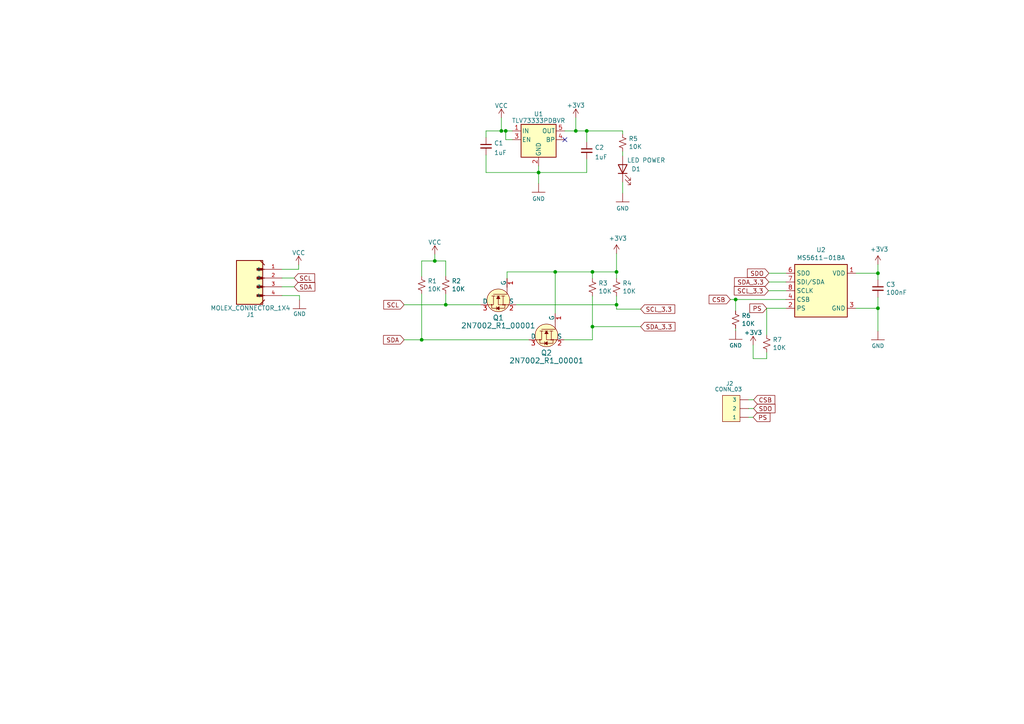
<source format=kicad_sch>
(kicad_sch (version 20230121) (generator eeschema)
  (paper "A4")
  (lib_symbols
    (symbol "Device:C_Small" (pin_numbers hide) (pin_names (offset 0.254) hide)
      (property "Reference" "C" (at 0.254 1.778 0))
      (property "Value" "C_Small" (at 0.254 -2.032 0))
      (symbol "C_Small_0_1"
        (polyline (pts (xy -1.524 -0.508) (xy 1.524 -0.508)) (stroke (width 0.3302)))
        (polyline (pts (xy -1.524 0.508) (xy 1.524 0.508)) (stroke (width 0.3048)))
      )
      (symbol "C_Small_1_1"
        (pin passive line (at 0 2.54 270) (length 2.032) (name "~") (number "1"))
        (pin passive line (at 0 -2.54 90) (length 2.032) (name "~") (number "2"))
      )
    )
    (symbol "Device:LED" (pin_numbers hide) (pin_names (offset 1.016) hide)
      (property "Reference" "D" (at 0 2.54 0))
      (property "Value" "LED" (at 0 -2.54 0))
      (symbol "LED_0_1"
        (polyline (pts (xy -1.27 -1.27) (xy -1.27 1.27)) (stroke (width 0.254)))
        (polyline (pts (xy -1.27 0) (xy 1.27 0)))
        (polyline (pts (xy 1.27 -1.27) (xy 1.27 1.27) (xy -1.27 0) (xy 1.27 -1.27)) (stroke (width 0.254)))
        (polyline (pts (xy -3.048 -0.762) (xy -4.572 -2.286) (xy -3.81 -2.286) (xy -4.572 -2.286) (xy -4.572 -1.524)))
        (polyline (pts (xy -1.778 -0.762) (xy -3.302 -2.286) (xy -2.54 -2.286) (xy -3.302 -2.286) (xy -3.302 -1.524)))
      )
      (symbol "LED_1_1"
        (pin passive line (at -3.81 0 0) (length 2.54) (name "K") (number "1"))
        (pin passive line (at 3.81 0 180) (length 2.54) (name "A") (number "2"))
      )
    )
    (symbol "Device:R_Small_US" (pin_numbers hide) (pin_names (offset 0.254) hide)
      (property "Reference" "R" (at 0.762 0.508 0))
      (property "Value" "R_Small_US" (at 0.762 -1.016 0))
      (symbol "R_Small_US_1_1"
        (polyline (pts (xy 0 0) (xy 1.016 -0.381) (xy 0 -0.762) (xy -1.016 -1.143) (xy 0 -1.524)))
        (polyline (pts (xy 0 1.524) (xy 1.016 1.143) (xy 0 0.762) (xy -1.016 0.381) (xy 0 0)))
        (pin passive line (at 0 2.54 270) (length 1.016) (name "~") (number "1"))
        (pin passive line (at 0 -2.54 90) (length 1.016) (name "~") (number "2"))
      )
    )
    (symbol "MOLEX_22035045:22035045" (pin_names (offset 1.016))
      (property "Reference" "J" (at 0 6.35 0))
      (property "Value" "22035045" (at 0 -10.16 0))
      (symbol "22035045_0_0"
        (polyline (pts (xy 0 -6.35) (xy 1.27 -7.62)) (stroke (width 0.254)))
        (polyline (pts (xy 0 -5.08) (xy 1.905 -5.08)) (stroke (width 0.254)))
        (polyline (pts (xy 0 -2.54) (xy 1.905 -2.54)) (stroke (width 0.254)))
        (polyline (pts (xy 0 0) (xy 1.905 0)) (stroke (width 0.254)))
        (polyline (pts (xy 0 2.54) (xy 1.905 2.54)) (stroke (width 0.254)))
        (polyline (pts (xy 1.27 5.08) (xy 0 3.81)) (stroke (width 0.254)))
        (rectangle (start 0.4989 -7.62) (end 8.1189 5.08) (stroke (width 0.254)) (fill (type background)))
        (rectangle (start 0.635 -5.3975) (end 2.2225 -4.7625) (stroke (width 0.1)) (fill (type outline)))
        (rectangle (start 0.635 -2.8575) (end 2.2225 -2.2225) (stroke (width 0.1)) (fill (type outline)))
        (rectangle (start 0.635 -0.3175) (end 2.2225 0.3175) (stroke (width 0.1)) (fill (type outline)))
        (rectangle (start 0.635 2.2225) (end 2.2225 2.8575) (stroke (width 0.1)) (fill (type outline)))
        (pin passive line (at -5.08 2.54 0) (length 5.08) (name "1") (number "1"))
        (pin passive line (at -5.08 0 0) (length 5.08) (name "2") (number "2"))
        (pin passive line (at -5.08 -2.54 0) (length 5.08) (name "3") (number "3"))
        (pin passive line (at -5.08 -5.08 0) (length 5.08) (name "4") (number "4"))
      )
    )
    (symbol "MS5611-cache:MS5611-01BA"
      (property "Reference" "U" (at -6.35 8.89 0))
      (property "Value" "MS5611-01BA" (at 7.62 8.89 0))
      (symbol "MS5611-01BA_0_1"
        (rectangle (start -7.62 7.62) (end 7.62 -7.62) (stroke (width 0.254)) (fill (type background)))
      )
      (symbol "MS5611-01BA_1_1"
        (pin power_in line (at 10.16 5.08 180) (length 2.54) (name "VDD") (number "1"))
        (pin input line (at -10.16 -5.08 0) (length 2.54) (name "PS") (number "2"))
        (pin power_in line (at 10.16 -5.08 180) (length 2.54) (name "GND") (number "3"))
        (pin input line (at -10.16 -2.54 0) (length 2.54) (name "CSB") (number "4"))
        (pin input line (at -10.16 -2.54 0) (length 2.54) hide (name "CSB") (number "5"))
        (pin output line (at -10.16 5.08 0) (length 2.54) (name "SDO") (number "6"))
        (pin bidirectional line (at -10.16 2.54 0) (length 2.54) (name "SDI/SDA") (number "7"))
        (pin input line (at -10.16 0 0) (length 2.54) (name "SCLK") (number "8"))
      )
    )
    (symbol "Regulator_Linear:AP131-33" (pin_names (offset 0.254))
      (property "Reference" "U" (at -3.81 5.715 0))
      (property "Value" "AP131-33" (at 0 5.715 0))
      (symbol "AP131-33_0_1"
        (rectangle (start -5.08 4.445) (end 5.08 -5.08) (stroke (width 0.254)) (fill (type background)))
      )
      (symbol "AP131-33_1_1"
        (pin power_in line (at -7.62 2.54 0) (length 2.54) (name "IN") (number "1"))
        (pin power_in line (at 0 -7.62 90) (length 2.54) (name "GND") (number "2"))
        (pin input line (at -7.62 0 0) (length 2.54) (name "EN") (number "3"))
        (pin input line (at 7.62 0 180) (length 2.54) (name "BP") (number "4"))
        (pin power_out line (at 7.62 2.54 180) (length 2.54) (name "OUT") (number "5"))
      )
    )
    (symbol "SparkFun-Connectors:CONN_03" (pin_numbers hide) (pin_names (offset 1.016))
      (property "Reference" "J" (at -5.08 7.62 0))
      (property "Value" "CONN_03" (at -5.08 -3.81 0))
      (property "Field4" "XXX-00000" (at 0 11.43 0))
      (symbol "CONN_03_0_1"
        (rectangle (start 0 -1.27) (end -5.08 6.35) (fill (type background)))
      )
      (symbol "CONN_03_1_1"
        (pin passive line (at 2.54 0 180) (length 2.54) (name "1") (number "1"))
        (pin passive line (at 2.54 2.54 180) (length 2.54) (name "2") (number "2"))
        (pin passive line (at 2.54 5.08 180) (length 2.54) (name "3") (number "3"))
      )
    )
    (symbol "SparkFun-PowerSymbols:GND" (power) (pin_numbers hide) (pin_names (offset 1.016) hide)
      (property "Value" "GND" (at -1.778 -5.08 0))
      (symbol "GND_1_0"
        (polyline (pts (xy -1.905 -2.54) (xy 1.905 -2.54)))
        (polyline (pts (xy 0 0) (xy 0 -2.54)))
      )
      (symbol "GND_1_1"
        (pin power_in line (at 0 0 270) (length 0) hide (name "GND") (number "~"))
      )
    )
    (symbol "dk_Transistors-FETs-MOSFETs-Single:2N7002-7-F" (pin_names (offset 0))
      (property "Reference" "Q" (at -2.6924 3.6322 0))
      (property "Value" "2N7002-7-F" (at 3.4544 0 90))
      (symbol "2N7002-7-F_0_1"
        (circle (center -1.27 0) (radius 3.302) (fill (type background)))
        (circle (center 0 -1.905) (radius 0.127))
        (circle (center 0 -1.397) (radius 0.127))
        (polyline (pts (xy 0 -1.397) (xy -2.54 -1.397)))
        (polyline (pts (xy -5.08 -2.54) (xy -3.048 -2.54) (xy -3.048 1.397)))
        (polyline (pts (xy 0 -2.54) (xy 0 0) (xy -2.54 0)))
        (polyline (pts (xy 0 2.54) (xy 0 1.397) (xy -2.54 1.397)))
        (polyline (pts (xy -0.127 -1.905) (xy 1.016 -1.905) (xy 1.016 1.397) (xy 1.016 1.905) (xy -0.127 1.905)))
        (circle (center 0 1.905) (radius 0.127))
      )
      (symbol "2N7002-7-F_1_1"
        (polyline (pts (xy -2.54 -1.397) (xy -2.54 -1.905)))
        (polyline (pts (xy -2.54 -1.397) (xy -2.54 -0.889)))
        (polyline (pts (xy -2.54 0) (xy -2.54 -0.508)))
        (polyline (pts (xy -2.54 0) (xy -2.54 0.508)))
        (polyline (pts (xy -2.54 1.905) (xy -2.54 0.889)))
        (polyline (pts (xy 1.524 0.508) (xy 0.508 0.508)))
        (polyline (pts (xy -2.54 0) (xy -1.778 0.508) (xy -1.778 -0.508) (xy -2.54 0)) (fill (type outline)))
        (polyline (pts (xy 1.016 0.508) (xy 0.508 -0.254) (xy 1.524 -0.254) (xy 1.016 0.508)) (fill (type outline)))
        (pin bidirectional line (at -7.62 -2.54 0) (length 2.54) (name "G") (number "1"))
        (pin bidirectional line (at 0 -5.08 90) (length 2.54) (name "S") (number "2"))
        (pin bidirectional line (at 0 5.08 270) (length 2.54) (name "D") (number "3"))
      )
    )
    (symbol "power:+3V3" (power) (pin_names (offset 0))
      (property "Value" "+3V3" (at 0 3.556 0))
      (symbol "+3V3_0_1"
        (polyline (pts (xy -0.762 1.27) (xy 0 2.54)))
        (polyline (pts (xy 0 0) (xy 0 2.54)))
        (polyline (pts (xy 0 2.54) (xy 0.762 1.27)))
      )
      (symbol "+3V3_1_1"
        (pin power_in line (at 0 0 90) (length 0) hide (name "+3V3") (number "1"))
      )
    )
    (symbol "power:VCC" (power) (pin_names (offset 0))
      (property "Value" "VCC" (at 0 3.81 0))
      (symbol "VCC_0_1"
        (polyline (pts (xy -0.762 1.27) (xy 0 2.54)))
        (polyline (pts (xy 0 0) (xy 0 2.54)))
        (polyline (pts (xy 0 2.54) (xy 0.762 1.27)))
      )
      (symbol "VCC_1_1"
        (pin power_in line (at 0 0 90) (length 0) hide (name "VCC") (number "1"))
      )
    )
  )
  (junction (at 254.635 79.248))
  (junction (at 213.36 86.868))
  (junction (at 170.18 37.973))
  (junction (at 167.005 37.973))
  (junction (at 161.036 78.867))
  (junction (at 254.635 89.408))
  (junction (at 156.21 50.038))
  (junction (at 126.111 75.692))
  (junction (at 129.286 88.392))
  (junction (at 171.831 78.867))
  (junction (at 171.831 94.742))
  (junction (at 145.415 37.973))
  (junction (at 146.685 37.973))
  (junction (at 178.816 88.392))
  (junction (at 122.301 98.552))
  (junction (at 178.816 78.867))
  (no_connect (at 163.83 40.513))
  (wire (pts (xy 170.18 46.228) (xy 170.18 50.038)))
  (wire (pts (xy 122.301 80.137) (xy 122.301 75.692)))
  (wire (pts (xy 178.816 73.533) (xy 178.816 78.867)))
  (wire (pts (xy 171.831 98.552) (xy 171.831 94.742)))
  (wire (pts (xy 227.965 89.408) (xy 222.377 89.408)))
  (wire (pts (xy 140.97 37.973) (xy 145.415 37.973)))
  (wire (pts (xy 218.44 100.076) (xy 218.44 104.013)))
  (wire (pts (xy 81.788 85.725) (xy 86.868 85.725)))
  (wire (pts (xy 146.685 37.973) (xy 148.59 37.973)))
  (wire (pts (xy 254.635 81.153) (xy 254.635 79.248)))
  (wire (pts (xy 156.21 53.213) (xy 156.21 50.038)))
  (wire (pts (xy 178.816 88.392) (xy 178.816 89.662)))
  (wire (pts (xy 129.286 88.392) (xy 117.221 88.392)))
  (wire (pts (xy 254.635 79.248) (xy 254.635 76.708)))
  (wire (pts (xy 147.066 78.867) (xy 161.036 78.867)))
  (wire (pts (xy 81.788 83.185) (xy 85.344 83.185)))
  (wire (pts (xy 254.635 89.408) (xy 254.635 96.012)))
  (wire (pts (xy 163.576 98.552) (xy 171.831 98.552)))
  (wire (pts (xy 140.97 39.878) (xy 140.97 37.973)))
  (wire (pts (xy 218.44 121.031) (xy 217.17 121.031)))
  (wire (pts (xy 185.801 89.662) (xy 178.816 89.662)))
  (wire (pts (xy 218.567 115.951) (xy 217.17 115.951)))
  (wire (pts (xy 81.788 78.105) (xy 86.614 78.105)))
  (wire (pts (xy 171.831 94.742) (xy 185.801 94.742)))
  (wire (pts (xy 86.868 86.995) (xy 86.868 85.725)))
  (wire (pts (xy 211.836 86.868) (xy 213.36 86.868)))
  (wire (pts (xy 180.594 43.942) (xy 180.594 45.212)))
  (wire (pts (xy 248.285 79.248) (xy 254.635 79.248)))
  (wire (pts (xy 129.286 75.692) (xy 126.111 75.692)))
  (wire (pts (xy 156.21 50.038) (xy 170.18 50.038)))
  (wire (pts (xy 148.59 40.513) (xy 146.685 40.513)))
  (wire (pts (xy 218.567 118.491) (xy 217.17 118.491)))
  (wire (pts (xy 122.301 98.552) (xy 153.416 98.552)))
  (wire (pts (xy 145.415 37.973) (xy 146.685 37.973)))
  (wire (pts (xy 81.788 80.645) (xy 85.344 80.645)))
  (wire (pts (xy 117.221 98.552) (xy 122.301 98.552)))
  (wire (pts (xy 218.44 104.013) (xy 222.377 104.013)))
  (wire (pts (xy 170.18 41.148) (xy 170.18 37.973)))
  (wire (pts (xy 140.97 50.038) (xy 140.97 44.958)))
  (wire (pts (xy 178.816 78.867) (xy 178.816 80.772)))
  (wire (pts (xy 167.005 34.163) (xy 167.005 37.973)))
  (wire (pts (xy 213.36 95.885) (xy 213.36 95.25)))
  (wire (pts (xy 178.816 88.392) (xy 178.816 85.852)))
  (wire (pts (xy 140.97 50.038) (xy 156.21 50.038)))
  (wire (pts (xy 147.066 78.867) (xy 147.066 80.772)))
  (wire (pts (xy 156.21 48.133) (xy 156.21 50.038)))
  (wire (pts (xy 122.301 75.692) (xy 126.111 75.692)))
  (wire (pts (xy 254.635 86.233) (xy 254.635 89.408)))
  (wire (pts (xy 170.18 37.973) (xy 180.594 37.973)))
  (wire (pts (xy 86.614 78.105) (xy 86.614 76.835)))
  (wire (pts (xy 223.012 79.248) (xy 227.965 79.248)))
  (wire (pts (xy 170.18 37.973) (xy 167.005 37.973)))
  (wire (pts (xy 171.831 78.867) (xy 171.831 80.772)))
  (wire (pts (xy 167.005 37.973) (xy 163.83 37.973)))
  (wire (pts (xy 180.594 37.973) (xy 180.594 38.862)))
  (wire (pts (xy 227.965 84.328) (xy 222.885 84.328)))
  (wire (pts (xy 227.965 81.788) (xy 223.012 81.788)))
  (wire (pts (xy 213.36 86.868) (xy 227.965 86.868)))
  (wire (pts (xy 248.285 89.408) (xy 254.635 89.408)))
  (wire (pts (xy 222.377 89.408) (xy 222.377 97.155)))
  (wire (pts (xy 129.286 80.137) (xy 129.286 75.692)))
  (wire (pts (xy 129.286 85.217) (xy 129.286 88.392)))
  (wire (pts (xy 171.831 85.852) (xy 171.831 94.742)))
  (wire (pts (xy 122.301 85.217) (xy 122.301 98.552)))
  (wire (pts (xy 161.036 78.867) (xy 171.831 78.867)))
  (wire (pts (xy 161.036 78.867) (xy 161.036 90.932)))
  (wire (pts (xy 145.415 34.163) (xy 145.415 37.973)))
  (wire (pts (xy 180.594 52.832) (xy 180.594 56.007)))
  (wire (pts (xy 139.446 88.392) (xy 129.286 88.392)))
  (wire (pts (xy 213.36 90.17) (xy 213.36 86.868)))
  (wire (pts (xy 149.606 88.392) (xy 178.816 88.392)))
  (wire (pts (xy 146.685 40.513) (xy 146.685 37.973)))
  (wire (pts (xy 126.111 73.787) (xy 126.111 75.692)))
  (wire (pts (xy 222.377 102.235) (xy 222.377 104.013)))
  (wire (pts (xy 171.831 78.867) (xy 178.816 78.867)))
  (global_label "CSB" (shape input) (at 218.567 115.951 0) (property "Intersheetrefs" "${INTERSHEET_REFS}" (effects hide)))
  (global_label "SCL_3.3" (shape input) (at 185.801 89.662 0) (property "Intersheetrefs" "${INTERSHEET_REFS}" (effects hide)))
  (global_label "SDA" (shape input) (at 117.221 98.552 180) (property "Intersheetrefs" "${INTERSHEET_REFS}" (effects hide)))
  (global_label "SCL_3.3" (shape input) (at 222.885 84.328 180) (property "Intersheetrefs" "${INTERSHEET_REFS}" (effects hide)))
  (global_label "PS" (shape input) (at 222.377 89.408 180) (property "Intersheetrefs" "${INTERSHEET_REFS}" (effects hide)))
  (global_label "SCL" (shape input) (at 117.221 88.392 180) (property "Intersheetrefs" "${INTERSHEET_REFS}" (effects hide)))
  (global_label "PS" (shape input) (at 218.44 121.031 0) (property "Intersheetrefs" "${INTERSHEET_REFS}" (effects hide)))
  (global_label "SCL" (shape input) (at 85.344 80.645 0) (property "Intersheetrefs" "${INTERSHEET_REFS}" (effects hide)))
  (global_label "SDA_3.3" (shape input) (at 185.801 94.742 0) (property "Intersheetrefs" "${INTERSHEET_REFS}" (effects hide)))
  (global_label "SDA" (shape input) (at 85.344 83.185 0) (property "Intersheetrefs" "${INTERSHEET_REFS}" (effects hide)))
  (global_label "CSB" (shape input) (at 211.836 86.868 180) (property "Intersheetrefs" "${INTERSHEET_REFS}" (effects hide)))
  (global_label "SDA_3.3" (shape input) (at 223.012 81.788 180) (property "Intersheetrefs" "${INTERSHEET_REFS}" (effects hide)))
  (global_label "SDO" (shape input) (at 218.567 118.491 0) (property "Intersheetrefs" "${INTERSHEET_REFS}" (effects hide)))
  (global_label "SDO" (shape input) (at 223.012 79.248 180) (property "Intersheetrefs" "${INTERSHEET_REFS}" (effects hide)))
  (symbol (lib_id "Device:C_Small") (at 254.635 83.693 0) (unit 1)
    (property "Reference" "C3" (at 256.9718 82.5246 0) (effects (justify left)))
    (property "Value" "100nF" (at 256.9718 84.836 0) (effects (justify left)))
    (property "Footprint" "Capacitor_SMD:C_0603_1608Metric" (effects hide))
  )
  (symbol (lib_id "SparkFun-PowerSymbols:GND") (at 213.36 95.885 0) (unit 1)
    (property "Reference" "#GND04" (effects hide))
    (property "Value" "GND" (at 213.36 100.203 0) (effects (font (size 1.143 1.143))))
  )
  (symbol (lib_id "Device:R_Small_US") (at 129.286 82.677 0) (unit 1)
    (property "Reference" "R2" (at 131.0132 81.5086 0) (effects (justify left)))
    (property "Value" "10K" (at 131.0132 83.82 0) (effects (justify left)))
    (property "Footprint" "Resistor_SMD:R_0603_1608Metric" (effects hide))
  )
  (symbol (lib_id "power:+3V3") (at 254.635 76.708 0) (unit 1)
    (property "Reference" "#PWR07" (effects hide))
    (property "Value" "+3V3" (at 255.016 72.3138 0))
  )
  (symbol (lib_id "Regulator_Linear:AP131-33") (at 156.21 40.513 0) (unit 1)
    (property "Reference" "U1" (at 156.21 33.0581 0))
    (property "Value" "TLV73333PDBVR" (at 156.21 34.9791 0))
    (property "Footprint" "Package_TO_SOT_SMD:SOT-23-5" (effects hide))
    (property "Datasheet" "chrome-extension://efaidnbmnnnibpcajpcglclefindmkaj/https://cdn.ozdisan.com/ETicaret_Dosya/532538_6351362.pdf" (effects hide))
  )
  (symbol (lib_id "power:VCC") (at 126.111 73.787 0) (unit 1)
    (property "Reference" "#PWR02" (effects hide))
    (property "Value" "VCC" (at 126.111 70.2851 0))
  )
  (symbol (lib_id "dk_Transistors-FETs-MOSFETs-Single:2N7002-7-F") (at 158.496 98.552 90) (mirror x) (unit 1)
    (property "Reference" "Q2" (at 158.496 102.3461 90) (effects (font (size 1.524 1.524))))
    (property "Value" "2N7002_R1_00001" (at 158.496 104.6003 90) (effects (font (size 1.524 1.524))))
    (property "Footprint" "digikey-footprints:SOT-23-3" (effects hide))
    (property "Datasheet" "https://www.diodes.com/assets/Datasheets/ds11303.pdf" (effects hide))
    (property "Digi-Key_PN" "2N7002-FDICT-ND" (effects hide))
    (property "MPN" "2N7002-7-F" (effects hide))
    (property "Category" "Discrete Semiconductor Products" (effects hide))
    (property "Family" "Transistors - FETs, MOSFETs - Single" (effects hide))
    (property "DK_Datasheet_Link" "https://www.diodes.com/assets/Datasheets/ds11303.pdf" (effects hide))
    (property "DK_Detail_Page" "/product-detail/en/diodes-incorporated/2N7002-7-F/2N7002-FDICT-ND/717800" (effects hide))
    (property "Description" "MOSFET N-CH 60V 115MA SOT23-3" (effects hide))
    (property "Manufacturer" "Diodes Incorporated" (effects hide))
    (property "Status" "Active" (effects hide))
  )
  (symbol (lib_id "Device:LED") (at 180.594 49.022 90) (unit 1)
    (property "Reference" "D1" (at 183.134 49.022 90) (effects (justify right)))
    (property "Value" "LED POWER" (at 181.864 46.482 90) (effects (justify right)))
    (property "Footprint" "LED_SMD:LED_0603_1608Metric" (effects hide))
  )
  (symbol (lib_id "Device:C_Small") (at 140.97 42.418 0) (unit 1)
    (property "Reference" "C1" (at 143.2941 41.5158 0) (effects (justify left)))
    (property "Value" "1uF" (at 143.2941 44.2909 0) (effects (justify left)))
    (property "Footprint" "Capacitor_SMD:C_0603_1608Metric" (effects hide))
  )
  (symbol (lib_id "Device:R_Small_US") (at 122.301 82.677 0) (unit 1)
    (property "Reference" "R1" (at 124.0282 81.5086 0) (effects (justify left)))
    (property "Value" "10K" (at 124.0282 83.82 0) (effects (justify left)))
    (property "Footprint" "Resistor_SMD:R_0603_1608Metric" (effects hide))
  )
  (symbol (lib_id "MOLEX_22035045:22035045") (at 76.708 80.645 0) (mirror y) (unit 1)
    (property "Reference" "J1" (at 72.6485 91.2749 0))
    (property "Value" "MOLEX_CONNECTOR_1X4" (at 72.6485 89.3539 0))
    (property "Footprint" "others:2317-04S_1x04_P2.50mm_Vertical" (effects hide))
    (property "MF" "Molex" (effects hide))
    (property "MAXIMUM_PACKAGE_HEIGHT" "5.9 mm" (effects hide))
    (property "Package" "None" (effects hide))
    (property "Price" "None" (effects hide))
    (property "Check_prices" "https://www.snapeda.com/parts/22035045/Molex/view-part/?ref=eda" (effects hide))
    (property "STANDARD" "Manufacturer Recommendations" (effects hide))
    (property "PARTREV" "A" (effects hide))
    (property "SnapEDA_Link" "https://www.snapeda.com/parts/22035045/Molex/view-part/?ref=snap" (effects hide))
    (property "MP" "22035045" (effects hide))
    (property "Description" "\nConnector Header Through Hole 4 position 0.098 (2.50mm)\n" (effects hide))
    (property "Availability" "In Stock" (effects hide))
    (property "MANUFACTURER" "Molex" (effects hide))
  )
  (symbol (lib_id "SparkFun-PowerSymbols:GND") (at 180.594 56.007 0) (unit 1)
    (property "Reference" "#GND03" (effects hide))
    (property "Value" "GND" (at 180.594 60.4434 0) (effects (font (size 1.143 1.143))))
  )
  (symbol (lib_id "dk_Transistors-FETs-MOSFETs-Single:2N7002-7-F") (at 144.526 88.392 90) (mirror x) (unit 1)
    (property "Reference" "Q1" (at 144.526 92.1861 90) (effects (font (size 1.524 1.524))))
    (property "Value" "2N7002_R1_00001" (at 144.526 94.4403 90) (effects (font (size 1.524 1.524))))
    (property "Footprint" "digikey-footprints:SOT-23-3" (effects hide))
    (property "Datasheet" "https://www.diodes.com/assets/Datasheets/ds11303.pdf" (effects hide))
    (property "Digi-Key_PN" "2N7002-FDICT-ND" (effects hide))
    (property "MPN" "2N7002-7-F" (effects hide))
    (property "Category" "Discrete Semiconductor Products" (effects hide))
    (property "Family" "Transistors - FETs, MOSFETs - Single" (effects hide))
    (property "DK_Datasheet_Link" "https://www.diodes.com/assets/Datasheets/ds11303.pdf" (effects hide))
    (property "DK_Detail_Page" "/product-detail/en/diodes-incorporated/2N7002-7-F/2N7002-FDICT-ND/717800" (effects hide))
    (property "Description" "MOSFET N-CH 60V 115MA SOT23-3" (effects hide))
    (property "Manufacturer" "Diodes Incorporated" (effects hide))
    (property "Status" "Active" (effects hide))
  )
  (symbol (lib_id "power:+3V3") (at 167.005 34.163 0) (unit 1)
    (property "Reference" "#PWR04" (effects hide))
    (property "Value" "+3V3" (at 167.005 30.5585 0))
  )
  (symbol (lib_id "Device:R_Small_US") (at 171.831 83.312 0) (unit 1)
    (property "Reference" "R3" (at 173.5582 82.1436 0) (effects (justify left)))
    (property "Value" "10K" (at 173.5582 84.455 0) (effects (justify left)))
    (property "Footprint" "Resistor_SMD:R_0603_1608Metric" (effects hide))
  )
  (symbol (lib_id "power:+3V3") (at 218.44 100.076 0) (unit 1)
    (property "Reference" "#PWR06" (effects hide))
    (property "Value" "+3V3" (at 218.44 96.4715 0))
  )
  (symbol (lib_id "Device:R_Small_US") (at 180.594 41.402 0) (unit 1)
    (property "Reference" "R5" (at 182.3212 40.2336 0) (effects (justify left)))
    (property "Value" "10K" (at 182.3212 42.545 0) (effects (justify left)))
    (property "Footprint" "Resistor_SMD:R_0603_1608Metric" (effects hide))
  )
  (symbol (lib_id "MS5611-cache:MS5611-01BA") (at 238.125 84.328 0) (unit 1)
    (property "Reference" "U2" (at 238.125 72.4662 0))
    (property "Value" "MS5611-01BA" (at 238.125 74.7776 0))
    (property "Footprint" "Package_LGA:LGA-8_3x5mm_P1.25mm" (effects hide))
  )
  (symbol (lib_id "power:+3V3") (at 178.816 73.533 0) (unit 1)
    (property "Reference" "#PWR05" (effects hide))
    (property "Value" "+3V3" (at 179.197 69.1388 0))
  )
  (symbol (lib_id "SparkFun-PowerSymbols:GND") (at 156.21 53.213 0) (unit 1)
    (property "Reference" "#GND02" (effects hide))
    (property "Value" "GND" (at 156.21 57.6494 0) (effects (font (size 1.143 1.143))))
  )
  (symbol (lib_id "Device:R_Small_US") (at 178.816 83.312 0) (unit 1)
    (property "Reference" "R4" (at 180.5432 82.1436 0) (effects (justify left)))
    (property "Value" "10K" (at 180.5432 84.455 0) (effects (justify left)))
    (property "Footprint" "Resistor_SMD:R_0603_1608Metric" (effects hide))
  )
  (symbol (lib_id "Device:C_Small") (at 170.18 43.688 0) (unit 1)
    (property "Reference" "C2" (at 172.5041 42.7858 0) (effects (justify left)))
    (property "Value" "1uF" (at 172.5041 45.5609 0) (effects (justify left)))
    (property "Footprint" "Capacitor_SMD:C_0603_1608Metric" (effects hide))
  )
  (symbol (lib_id "power:VCC") (at 86.614 76.835 0) (unit 1)
    (property "Reference" "#PWR01" (effects hide))
    (property "Value" "VCC" (at 86.614 73.3331 0))
  )
  (symbol (lib_id "Device:R_Small_US") (at 213.36 92.71 0) (unit 1)
    (property "Reference" "R6" (at 215.0872 91.5416 0) (effects (justify left)))
    (property "Value" "10K" (at 215.0872 93.853 0) (effects (justify left)))
    (property "Footprint" "Resistor_SMD:R_0603_1608Metric" (effects hide))
  )
  (symbol (lib_id "SparkFun-Connectors:CONN_03") (at 214.63 121.031 0) (unit 1)
    (property "Reference" "J2" (at 212.725 111.252 0) (effects (font (size 1.143 1.143)) (justify right)))
    (property "Value" "CONN_03" (at 215.265 112.903 0) (effects (font (size 1.143 1.143)) (justify right)))
    (property "Footprint" "1X03" (effects hide))
  )
  (symbol (lib_id "Device:R_Small_US") (at 222.377 99.695 0) (unit 1)
    (property "Reference" "R7" (at 224.1042 98.5266 0) (effects (justify left)))
    (property "Value" "10K" (at 224.1042 100.838 0) (effects (justify left)))
    (property "Footprint" "Resistor_SMD:R_0603_1608Metric" (effects hide))
  )
  (symbol (lib_id "SparkFun-PowerSymbols:GND") (at 254.635 96.012 0) (unit 1)
    (property "Reference" "#GND05" (effects hide))
    (property "Value" "GND" (at 254.635 100.33 0) (effects (font (size 1.143 1.143))))
  )
  (symbol (lib_id "SparkFun-PowerSymbols:GND") (at 86.868 86.995 0) (unit 1)
    (property "Reference" "#GND01" (effects hide))
    (property "Value" "GND" (at 86.868 91.0471 0) (effects (font (size 1.143 1.143))))
  )
  (symbol (lib_id "power:VCC") (at 145.415 34.163 0) (unit 1)
    (property "Reference" "#PWR03" (effects hide))
    (property "Value" "VCC" (at 145.415 30.6611 0))
  )
)
</source>
